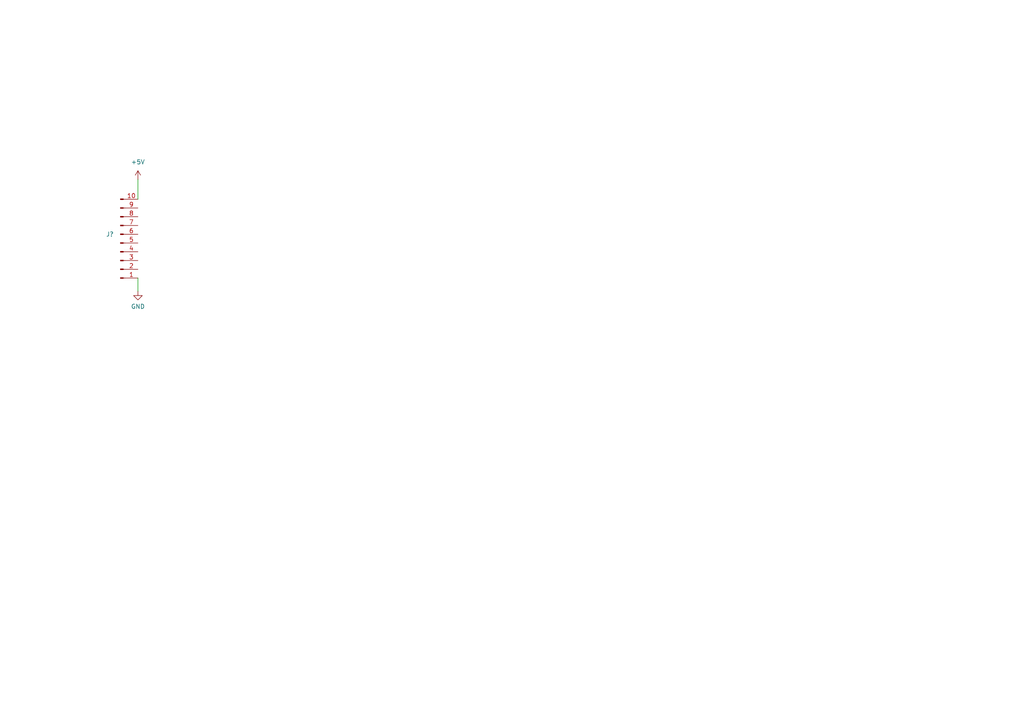
<source format=kicad_sch>
(kicad_sch (version 20211123) (generator eeschema)

  (uuid 276de341-7396-4368-acde-32b4a9419ed4)

  (paper "A4")

  (lib_symbols
    (symbol "Connector:Conn_01x10_Male" (pin_names (offset 1.016) hide) (in_bom yes) (on_board yes)
      (property "Reference" "J" (id 0) (at 0 12.7 0)
        (effects (font (size 1.27 1.27)))
      )
      (property "Value" "Conn_01x10_Male" (id 1) (at 0 -15.24 0)
        (effects (font (size 1.27 1.27)))
      )
      (property "Footprint" "" (id 2) (at 0 0 0)
        (effects (font (size 1.27 1.27)) hide)
      )
      (property "Datasheet" "~" (id 3) (at 0 0 0)
        (effects (font (size 1.27 1.27)) hide)
      )
      (property "ki_keywords" "connector" (id 4) (at 0 0 0)
        (effects (font (size 1.27 1.27)) hide)
      )
      (property "ki_description" "Generic connector, single row, 01x10, script generated (kicad-library-utils/schlib/autogen/connector/)" (id 5) (at 0 0 0)
        (effects (font (size 1.27 1.27)) hide)
      )
      (property "ki_fp_filters" "Connector*:*_1x??_*" (id 6) (at 0 0 0)
        (effects (font (size 1.27 1.27)) hide)
      )
      (symbol "Conn_01x10_Male_1_1"
        (polyline
          (pts
            (xy 1.27 -12.7)
            (xy 0.8636 -12.7)
          )
          (stroke (width 0.1524) (type default) (color 0 0 0 0))
          (fill (type none))
        )
        (polyline
          (pts
            (xy 1.27 -10.16)
            (xy 0.8636 -10.16)
          )
          (stroke (width 0.1524) (type default) (color 0 0 0 0))
          (fill (type none))
        )
        (polyline
          (pts
            (xy 1.27 -7.62)
            (xy 0.8636 -7.62)
          )
          (stroke (width 0.1524) (type default) (color 0 0 0 0))
          (fill (type none))
        )
        (polyline
          (pts
            (xy 1.27 -5.08)
            (xy 0.8636 -5.08)
          )
          (stroke (width 0.1524) (type default) (color 0 0 0 0))
          (fill (type none))
        )
        (polyline
          (pts
            (xy 1.27 -2.54)
            (xy 0.8636 -2.54)
          )
          (stroke (width 0.1524) (type default) (color 0 0 0 0))
          (fill (type none))
        )
        (polyline
          (pts
            (xy 1.27 0)
            (xy 0.8636 0)
          )
          (stroke (width 0.1524) (type default) (color 0 0 0 0))
          (fill (type none))
        )
        (polyline
          (pts
            (xy 1.27 2.54)
            (xy 0.8636 2.54)
          )
          (stroke (width 0.1524) (type default) (color 0 0 0 0))
          (fill (type none))
        )
        (polyline
          (pts
            (xy 1.27 5.08)
            (xy 0.8636 5.08)
          )
          (stroke (width 0.1524) (type default) (color 0 0 0 0))
          (fill (type none))
        )
        (polyline
          (pts
            (xy 1.27 7.62)
            (xy 0.8636 7.62)
          )
          (stroke (width 0.1524) (type default) (color 0 0 0 0))
          (fill (type none))
        )
        (polyline
          (pts
            (xy 1.27 10.16)
            (xy 0.8636 10.16)
          )
          (stroke (width 0.1524) (type default) (color 0 0 0 0))
          (fill (type none))
        )
        (rectangle (start 0.8636 -12.573) (end 0 -12.827)
          (stroke (width 0.1524) (type default) (color 0 0 0 0))
          (fill (type outline))
        )
        (rectangle (start 0.8636 -10.033) (end 0 -10.287)
          (stroke (width 0.1524) (type default) (color 0 0 0 0))
          (fill (type outline))
        )
        (rectangle (start 0.8636 -7.493) (end 0 -7.747)
          (stroke (width 0.1524) (type default) (color 0 0 0 0))
          (fill (type outline))
        )
        (rectangle (start 0.8636 -4.953) (end 0 -5.207)
          (stroke (width 0.1524) (type default) (color 0 0 0 0))
          (fill (type outline))
        )
        (rectangle (start 0.8636 -2.413) (end 0 -2.667)
          (stroke (width 0.1524) (type default) (color 0 0 0 0))
          (fill (type outline))
        )
        (rectangle (start 0.8636 0.127) (end 0 -0.127)
          (stroke (width 0.1524) (type default) (color 0 0 0 0))
          (fill (type outline))
        )
        (rectangle (start 0.8636 2.667) (end 0 2.413)
          (stroke (width 0.1524) (type default) (color 0 0 0 0))
          (fill (type outline))
        )
        (rectangle (start 0.8636 5.207) (end 0 4.953)
          (stroke (width 0.1524) (type default) (color 0 0 0 0))
          (fill (type outline))
        )
        (rectangle (start 0.8636 7.747) (end 0 7.493)
          (stroke (width 0.1524) (type default) (color 0 0 0 0))
          (fill (type outline))
        )
        (rectangle (start 0.8636 10.287) (end 0 10.033)
          (stroke (width 0.1524) (type default) (color 0 0 0 0))
          (fill (type outline))
        )
        (pin passive line (at 5.08 10.16 180) (length 3.81)
          (name "Pin_1" (effects (font (size 1.27 1.27))))
          (number "1" (effects (font (size 1.27 1.27))))
        )
        (pin passive line (at 5.08 -12.7 180) (length 3.81)
          (name "Pin_10" (effects (font (size 1.27 1.27))))
          (number "10" (effects (font (size 1.27 1.27))))
        )
        (pin passive line (at 5.08 7.62 180) (length 3.81)
          (name "Pin_2" (effects (font (size 1.27 1.27))))
          (number "2" (effects (font (size 1.27 1.27))))
        )
        (pin passive line (at 5.08 5.08 180) (length 3.81)
          (name "Pin_3" (effects (font (size 1.27 1.27))))
          (number "3" (effects (font (size 1.27 1.27))))
        )
        (pin passive line (at 5.08 2.54 180) (length 3.81)
          (name "Pin_4" (effects (font (size 1.27 1.27))))
          (number "4" (effects (font (size 1.27 1.27))))
        )
        (pin passive line (at 5.08 0 180) (length 3.81)
          (name "Pin_5" (effects (font (size 1.27 1.27))))
          (number "5" (effects (font (size 1.27 1.27))))
        )
        (pin passive line (at 5.08 -2.54 180) (length 3.81)
          (name "Pin_6" (effects (font (size 1.27 1.27))))
          (number "6" (effects (font (size 1.27 1.27))))
        )
        (pin passive line (at 5.08 -5.08 180) (length 3.81)
          (name "Pin_7" (effects (font (size 1.27 1.27))))
          (number "7" (effects (font (size 1.27 1.27))))
        )
        (pin passive line (at 5.08 -7.62 180) (length 3.81)
          (name "Pin_8" (effects (font (size 1.27 1.27))))
          (number "8" (effects (font (size 1.27 1.27))))
        )
        (pin passive line (at 5.08 -10.16 180) (length 3.81)
          (name "Pin_9" (effects (font (size 1.27 1.27))))
          (number "9" (effects (font (size 1.27 1.27))))
        )
      )
    )
    (symbol "power:+5V" (power) (pin_names (offset 0)) (in_bom yes) (on_board yes)
      (property "Reference" "#PWR" (id 0) (at 0 -3.81 0)
        (effects (font (size 1.27 1.27)) hide)
      )
      (property "Value" "+5V" (id 1) (at 0 3.556 0)
        (effects (font (size 1.27 1.27)))
      )
      (property "Footprint" "" (id 2) (at 0 0 0)
        (effects (font (size 1.27 1.27)) hide)
      )
      (property "Datasheet" "" (id 3) (at 0 0 0)
        (effects (font (size 1.27 1.27)) hide)
      )
      (property "ki_keywords" "power-flag" (id 4) (at 0 0 0)
        (effects (font (size 1.27 1.27)) hide)
      )
      (property "ki_description" "Power symbol creates a global label with name \"+5V\"" (id 5) (at 0 0 0)
        (effects (font (size 1.27 1.27)) hide)
      )
      (symbol "+5V_0_1"
        (polyline
          (pts
            (xy -0.762 1.27)
            (xy 0 2.54)
          )
          (stroke (width 0) (type default) (color 0 0 0 0))
          (fill (type none))
        )
        (polyline
          (pts
            (xy 0 0)
            (xy 0 2.54)
          )
          (stroke (width 0) (type default) (color 0 0 0 0))
          (fill (type none))
        )
        (polyline
          (pts
            (xy 0 2.54)
            (xy 0.762 1.27)
          )
          (stroke (width 0) (type default) (color 0 0 0 0))
          (fill (type none))
        )
      )
      (symbol "+5V_1_1"
        (pin power_in line (at 0 0 90) (length 0) hide
          (name "+5V" (effects (font (size 1.27 1.27))))
          (number "1" (effects (font (size 1.27 1.27))))
        )
      )
    )
    (symbol "power:GND" (power) (pin_names (offset 0)) (in_bom yes) (on_board yes)
      (property "Reference" "#PWR" (id 0) (at 0 -6.35 0)
        (effects (font (size 1.27 1.27)) hide)
      )
      (property "Value" "GND" (id 1) (at 0 -3.81 0)
        (effects (font (size 1.27 1.27)))
      )
      (property "Footprint" "" (id 2) (at 0 0 0)
        (effects (font (size 1.27 1.27)) hide)
      )
      (property "Datasheet" "" (id 3) (at 0 0 0)
        (effects (font (size 1.27 1.27)) hide)
      )
      (property "ki_keywords" "power-flag" (id 4) (at 0 0 0)
        (effects (font (size 1.27 1.27)) hide)
      )
      (property "ki_description" "Power symbol creates a global label with name \"GND\" , ground" (id 5) (at 0 0 0)
        (effects (font (size 1.27 1.27)) hide)
      )
      (symbol "GND_0_1"
        (polyline
          (pts
            (xy 0 0)
            (xy 0 -1.27)
            (xy 1.27 -1.27)
            (xy 0 -2.54)
            (xy -1.27 -1.27)
            (xy 0 -1.27)
          )
          (stroke (width 0) (type default) (color 0 0 0 0))
          (fill (type none))
        )
      )
      (symbol "GND_1_1"
        (pin power_in line (at 0 0 270) (length 0) hide
          (name "GND" (effects (font (size 1.27 1.27))))
          (number "1" (effects (font (size 1.27 1.27))))
        )
      )
    )
  )


  (wire (pts (xy 40.005 52.07) (xy 40.005 57.785))
    (stroke (width 0) (type default) (color 0 0 0 0))
    (uuid 353fb594-2f4c-405b-abf0-c72cd4921ed2)
  )
  (wire (pts (xy 40.005 80.645) (xy 40.005 84.455))
    (stroke (width 0) (type default) (color 0 0 0 0))
    (uuid a48fbed9-46d4-4f2d-9cd6-c67ce285e46c)
  )

  (symbol (lib_id "power:GND") (at 40.005 84.455 0) (unit 1)
    (in_bom yes) (on_board yes) (fields_autoplaced)
    (uuid 53be41fb-9e68-45b2-8be4-23d6cdbf330e)
    (property "Reference" "#PWR?" (id 0) (at 40.005 90.805 0)
      (effects (font (size 1.27 1.27)) hide)
    )
    (property "Value" "" (id 1) (at 40.005 88.9 0))
    (property "Footprint" "" (id 2) (at 40.005 84.455 0)
      (effects (font (size 1.27 1.27)) hide)
    )
    (property "Datasheet" "" (id 3) (at 40.005 84.455 0)
      (effects (font (size 1.27 1.27)) hide)
    )
    (pin "1" (uuid 0d3978f5-f7fb-44dd-94e4-2571da1e1353))
  )

  (symbol (lib_id "Connector:Conn_01x10_Male") (at 34.925 70.485 0) (mirror x) (unit 1)
    (in_bom yes) (on_board yes) (fields_autoplaced)
    (uuid 71dd789c-8288-4e50-867f-1a6891d535a6)
    (property "Reference" "J?" (id 0) (at 33.02 67.9449 0)
      (effects (font (size 1.27 1.27)) (justify right))
    )
    (property "Value" "" (id 1) (at 33.02 70.4849 0)
      (effects (font (size 1.27 1.27)) (justify right))
    )
    (property "Footprint" "" (id 2) (at 34.925 70.485 0)
      (effects (font (size 1.27 1.27)) hide)
    )
    (property "Datasheet" "~" (id 3) (at 34.925 70.485 0)
      (effects (font (size 1.27 1.27)) hide)
    )
    (pin "1" (uuid 2c22d763-cbb6-4ce7-9e79-6bf9b8350cb0))
    (pin "10" (uuid 5da08a6e-2341-44f6-b87d-35b35dcb30ef))
    (pin "2" (uuid 0ebe8a27-d32a-454a-b690-e412a0cea9f4))
    (pin "3" (uuid f3874d73-2969-4def-8cc0-763cdaae3663))
    (pin "4" (uuid bf006b0f-cfe9-48cf-bb43-7486af72e082))
    (pin "5" (uuid daa1000d-e261-438c-b69f-34a966da36c6))
    (pin "6" (uuid 21efddf5-40e0-42db-936c-bc32f5f64b6a))
    (pin "7" (uuid 206351f1-5de6-40b3-b1bf-32cdd2eab5cc))
    (pin "8" (uuid c4f08388-e6c0-4393-bad4-8e303750858e))
    (pin "9" (uuid 28151a15-2117-411f-9eeb-89e6110c2699))
  )

  (symbol (lib_id "power:+5V") (at 40.005 52.07 0) (unit 1)
    (in_bom yes) (on_board yes) (fields_autoplaced)
    (uuid fb689194-1aad-4f65-a115-7bd617803992)
    (property "Reference" "#PWR?" (id 0) (at 40.005 55.88 0)
      (effects (font (size 1.27 1.27)) hide)
    )
    (property "Value" "" (id 1) (at 40.005 46.99 0))
    (property "Footprint" "" (id 2) (at 40.005 52.07 0)
      (effects (font (size 1.27 1.27)) hide)
    )
    (property "Datasheet" "" (id 3) (at 40.005 52.07 0)
      (effects (font (size 1.27 1.27)) hide)
    )
    (pin "1" (uuid b517533e-2148-455f-a1a8-5eccb8722d81))
  )
)

</source>
